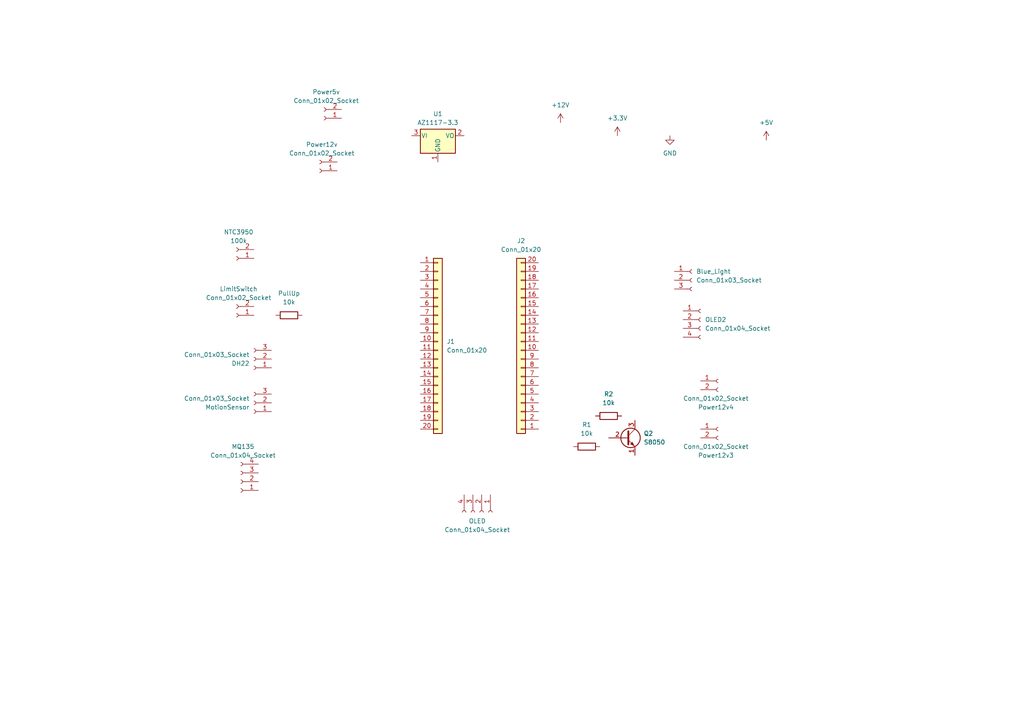
<source format=kicad_sch>
(kicad_sch (version 20230121) (generator eeschema)
  (paper "A4")
  (lib_symbols
    (symbol "Connector:Conn_01x02_Socket" (pin_names (offset 1.016) hide)
      (property "Reference" "J" (at 0 2.54 0))
      (property "Value" "Conn_01x02_Socket" (at 0 -5.08 0))
      (symbol "Conn_01x02_Socket_1_1"
        (arc (start 0 -2.032) (mid -0.5058 -2.54) (end 0 -3.048) (stroke (width 0.1524)))
        (polyline (pts (xy -1.27 -2.54) (xy -0.508 -2.54)) (stroke (width 0.1524)))
        (polyline (pts (xy -1.27 0) (xy -0.508 0)) (stroke (width 0.1524)))
        (arc (start 0 0.508) (mid -0.5058 0) (end 0 -0.508) (stroke (width 0.1524)))
        (pin passive line (at -5.08 0 0) (length 3.81) (name "Pin_1") (number "1"))
        (pin passive line (at -5.08 -2.54 0) (length 3.81) (name "Pin_2") (number "2"))
      )
    )
    (symbol "Connector:Conn_01x03_Socket" (pin_names (offset 1.016) hide)
      (property "Reference" "J" (at 0 5.08 0))
      (property "Value" "Conn_01x03_Socket" (at 0 -5.08 0))
      (symbol "Conn_01x03_Socket_1_1"
        (arc (start 0 -2.032) (mid -0.5058 -2.54) (end 0 -3.048) (stroke (width 0.1524)))
        (polyline (pts (xy -1.27 -2.54) (xy -0.508 -2.54)) (stroke (width 0.1524)))
        (polyline (pts (xy -1.27 0) (xy -0.508 0)) (stroke (width 0.1524)))
        (polyline (pts (xy -1.27 2.54) (xy -0.508 2.54)) (stroke (width 0.1524)))
        (arc (start 0 0.508) (mid -0.5058 0) (end 0 -0.508) (stroke (width 0.1524)))
        (arc (start 0 3.048) (mid -0.5058 2.54) (end 0 2.032) (stroke (width 0.1524)))
        (pin passive line (at -5.08 2.54 0) (length 3.81) (name "Pin_1") (number "1"))
        (pin passive line (at -5.08 0 0) (length 3.81) (name "Pin_2") (number "2"))
        (pin passive line (at -5.08 -2.54 0) (length 3.81) (name "Pin_3") (number "3"))
      )
    )
    (symbol "Connector:Conn_01x04_Socket" (pin_names (offset 1.016) hide)
      (property "Reference" "J" (at 0 5.08 0))
      (property "Value" "Conn_01x04_Socket" (at 0 -7.62 0))
      (symbol "Conn_01x04_Socket_1_1"
        (arc (start 0 -4.572) (mid -0.5058 -5.08) (end 0 -5.588) (stroke (width 0.1524)))
        (arc (start 0 -2.032) (mid -0.5058 -2.54) (end 0 -3.048) (stroke (width 0.1524)))
        (polyline (pts (xy -1.27 -5.08) (xy -0.508 -5.08)) (stroke (width 0.1524)))
        (polyline (pts (xy -1.27 -2.54) (xy -0.508 -2.54)) (stroke (width 0.1524)))
        (polyline (pts (xy -1.27 0) (xy -0.508 0)) (stroke (width 0.1524)))
        (polyline (pts (xy -1.27 2.54) (xy -0.508 2.54)) (stroke (width 0.1524)))
        (arc (start 0 0.508) (mid -0.5058 0) (end 0 -0.508) (stroke (width 0.1524)))
        (arc (start 0 3.048) (mid -0.5058 2.54) (end 0 2.032) (stroke (width 0.1524)))
        (pin passive line (at -5.08 2.54 0) (length 3.81) (name "Pin_1") (number "1"))
        (pin passive line (at -5.08 0 0) (length 3.81) (name "Pin_2") (number "2"))
        (pin passive line (at -5.08 -2.54 0) (length 3.81) (name "Pin_3") (number "3"))
        (pin passive line (at -5.08 -5.08 0) (length 3.81) (name "Pin_4") (number "4"))
      )
    )
    (symbol "Connector_Generic:Conn_01x20" (pin_names (offset 1.016) hide)
      (property "Reference" "J" (at 0 25.4 0))
      (property "Value" "Conn_01x20" (at 0 -27.94 0))
      (symbol "Conn_01x20_1_1"
        (rectangle (start -1.27 -25.273) (end 0 -25.527) (stroke (width 0.1524)))
        (rectangle (start -1.27 -22.733) (end 0 -22.987) (stroke (width 0.1524)))
        (rectangle (start -1.27 -20.193) (end 0 -20.447) (stroke (width 0.1524)))
        (rectangle (start -1.27 -17.653) (end 0 -17.907) (stroke (width 0.1524)))
        (rectangle (start -1.27 -15.113) (end 0 -15.367) (stroke (width 0.1524)))
        (rectangle (start -1.27 -12.573) (end 0 -12.827) (stroke (width 0.1524)))
        (rectangle (start -1.27 -10.033) (end 0 -10.287) (stroke (width 0.1524)))
        (rectangle (start -1.27 -7.493) (end 0 -7.747) (stroke (width 0.1524)))
        (rectangle (start -1.27 -4.953) (end 0 -5.207) (stroke (width 0.1524)))
        (rectangle (start -1.27 -2.413) (end 0 -2.667) (stroke (width 0.1524)))
        (rectangle (start -1.27 0.127) (end 0 -0.127) (stroke (width 0.1524)))
        (rectangle (start -1.27 2.667) (end 0 2.413) (stroke (width 0.1524)))
        (rectangle (start -1.27 5.207) (end 0 4.953) (stroke (width 0.1524)))
        (rectangle (start -1.27 7.747) (end 0 7.493) (stroke (width 0.1524)))
        (rectangle (start -1.27 10.287) (end 0 10.033) (stroke (width 0.1524)))
        (rectangle (start -1.27 12.827) (end 0 12.573) (stroke (width 0.1524)))
        (rectangle (start -1.27 15.367) (end 0 15.113) (stroke (width 0.1524)))
        (rectangle (start -1.27 17.907) (end 0 17.653) (stroke (width 0.1524)))
        (rectangle (start -1.27 20.447) (end 0 20.193) (stroke (width 0.1524)))
        (rectangle (start -1.27 22.987) (end 0 22.733) (stroke (width 0.1524)))
        (rectangle (start -1.27 24.13) (end 1.27 -26.67) (stroke (width 0.254)) (fill (type background)))
        (pin passive line (at -5.08 22.86 0) (length 3.81) (name "Pin_1") (number "1"))
        (pin passive line (at -5.08 0 0) (length 3.81) (name "Pin_10") (number "10"))
        (pin passive line (at -5.08 -2.54 0) (length 3.81) (name "Pin_11") (number "11"))
        (pin passive line (at -5.08 -5.08 0) (length 3.81) (name "Pin_12") (number "12"))
        (pin passive line (at -5.08 -7.62 0) (length 3.81) (name "Pin_13") (number "13"))
        (pin passive line (at -5.08 -10.16 0) (length 3.81) (name "Pin_14") (number "14"))
        (pin passive line (at -5.08 -12.7 0) (length 3.81) (name "Pin_15") (number "15"))
        (pin passive line (at -5.08 -15.24 0) (length 3.81) (name "Pin_16") (number "16"))
        (pin passive line (at -5.08 -17.78 0) (length 3.81) (name "Pin_17") (number "17"))
        (pin passive line (at -5.08 -20.32 0) (length 3.81) (name "Pin_18") (number "18"))
        (pin passive line (at -5.08 -22.86 0) (length 3.81) (name "Pin_19") (number "19"))
        (pin passive line (at -5.08 20.32 0) (length 3.81) (name "Pin_2") (number "2"))
        (pin passive line (at -5.08 -25.4 0) (length 3.81) (name "Pin_20") (number "20"))
        (pin passive line (at -5.08 17.78 0) (length 3.81) (name "Pin_3") (number "3"))
        (pin passive line (at -5.08 15.24 0) (length 3.81) (name "Pin_4") (number "4"))
        (pin passive line (at -5.08 12.7 0) (length 3.81) (name "Pin_5") (number "5"))
        (pin passive line (at -5.08 10.16 0) (length 3.81) (name "Pin_6") (number "6"))
        (pin passive line (at -5.08 7.62 0) (length 3.81) (name "Pin_7") (number "7"))
        (pin passive line (at -5.08 5.08 0) (length 3.81) (name "Pin_8") (number "8"))
        (pin passive line (at -5.08 2.54 0) (length 3.81) (name "Pin_9") (number "9"))
      )
    )
    (symbol "Device:R" (pin_numbers hide) (pin_names (offset 0))
      (property "Reference" "R" (at 2.032 0 90))
      (property "Value" "R" (at 0 0 90))
      (symbol "R_0_1"
        (rectangle (start -1.016 -2.54) (end 1.016 2.54) (stroke (width 0.254)))
      )
      (symbol "R_1_1"
        (pin passive line (at 0 3.81 270) (length 1.27) (name "~") (number "1"))
        (pin passive line (at 0 -3.81 90) (length 1.27) (name "~") (number "2"))
      )
    )
    (symbol "Regulator_Linear:AZ1117-3.3" (pin_names (offset 0.254))
      (property "Reference" "U" (at -3.81 3.175 0))
      (property "Value" "AZ1117-3.3" (at 0 3.175 0))
      (symbol "AZ1117-3.3_0_1"
        (rectangle (start -5.08 1.905) (end 5.08 -5.08) (stroke (width 0.254)) (fill (type background)))
      )
      (symbol "AZ1117-3.3_1_1"
        (pin power_in line (at 0 -7.62 90) (length 2.54) (name "GND") (number "1"))
        (pin power_out line (at 7.62 0 180) (length 2.54) (name "VO") (number "2"))
        (pin power_in line (at -7.62 0 0) (length 2.54) (name "VI") (number "3"))
      )
    )
    (symbol "Transistor_BJT:S8050" (pin_names (offset 0) hide)
      (property "Reference" "Q" (at 5.08 1.905 0))
      (property "Value" "S8050" (at 5.08 0 0))
      (symbol "S8050_0_1"
        (polyline (pts (xy 0 0) (xy 0.635 0)))
        (polyline (pts (xy 0.635 0.635) (xy 2.54 2.54)))
        (polyline (pts (xy 0.635 -0.635) (xy 2.54 -2.54) (xy 2.54 -2.54)))
        (polyline (pts (xy 0.635 1.905) (xy 0.635 -1.905) (xy 0.635 -1.905)) (stroke (width 0.508)))
        (polyline (pts (xy 1.27 -1.778) (xy 1.778 -1.27) (xy 2.286 -2.286) (xy 1.27 -1.778) (xy 1.27 -1.778)) (fill (type outline)))
        (circle (center 1.27 0) (radius 2.8194) (stroke (width 0.254)))
      )
      (symbol "S8050_1_1"
        (pin passive line (at 2.54 -5.08 90) (length 2.54) (name "E") (number "1"))
        (pin input line (at -5.08 0 0) (length 5.08) (name "B") (number "2"))
        (pin passive line (at 2.54 5.08 270) (length 2.54) (name "C") (number "3"))
      )
    )
    (symbol "power:+12V" (power) (pin_names (offset 0))
      (property "Value" "+12V" (at 0 3.556 0))
      (symbol "+12V_0_1"
        (polyline (pts (xy -0.762 1.27) (xy 0 2.54)))
        (polyline (pts (xy 0 0) (xy 0 2.54)))
        (polyline (pts (xy 0 2.54) (xy 0.762 1.27)))
      )
      (symbol "+12V_1_1"
        (pin power_in line (at 0 0 90) (length 0) hide (name "+12V") (number "1"))
      )
    )
    (symbol "power:+3.3V" (power) (pin_names (offset 0))
      (property "Value" "+3.3V" (at 0 3.556 0))
      (symbol "+3.3V_0_1"
        (polyline (pts (xy -0.762 1.27) (xy 0 2.54)))
        (polyline (pts (xy 0 0) (xy 0 2.54)))
        (polyline (pts (xy 0 2.54) (xy 0.762 1.27)))
      )
      (symbol "+3.3V_1_1"
        (pin power_in line (at 0 0 90) (length 0) hide (name "+3.3V") (number "1"))
      )
    )
    (symbol "power:+5V" (power) (pin_names (offset 0))
      (property "Value" "+5V" (at 0 3.556 0))
      (symbol "+5V_0_1"
        (polyline (pts (xy -0.762 1.27) (xy 0 2.54)))
        (polyline (pts (xy 0 0) (xy 0 2.54)))
        (polyline (pts (xy 0 2.54) (xy 0.762 1.27)))
      )
      (symbol "+5V_1_1"
        (pin power_in line (at 0 0 90) (length 0) hide (name "+5V") (number "1"))
      )
    )
    (symbol "power:GND" (power) (pin_names (offset 0))
      (property "Value" "GND" (at 0 -3.81 0))
      (symbol "GND_0_1"
        (polyline (pts (xy 0 0) (xy 0 -1.27) (xy 1.27 -1.27) (xy 0 -2.54) (xy -1.27 -1.27) (xy 0 -1.27)))
      )
      (symbol "GND_1_1"
        (pin power_in line (at 0 0 270) (length 0) hide (name "GND") (number "1"))
      )
    )
  )
  (symbol (lib_id "Connector:Conn_01x04_Socket") (at 139.7 148.59 270) (unit 1)
    (property "Reference" "OLED" (at 138.43 151.13 90))
    (property "Value" "Conn_01x04_Socket" (at 138.43 153.67 90))
    (property "Footprint" "Connector_JST:JST_EH_B4B-EH-A_1x04_P2.50mm_Vertical" (effects hide))
  )
  (symbol (lib_id "Connector:Conn_01x04_Socket") (at 203.2 92.71 0) (unit 1)
    (property "Reference" "OLED2" (at 204.47 92.71 0) (effects (justify left)))
    (property "Value" "Conn_01x04_Socket" (at 204.47 95.25 0) (effects (justify left)))
    (property "Footprint" "Connector_JST:JST_EH_B4B-EH-A_1x04_P2.50mm_Vertical" (effects hide))
  )
  (symbol (lib_id "Connector:Conn_01x02_Socket") (at 93.98 34.29 180) (unit 1)
    (property "Reference" "Power5v" (at 94.615 26.67 0))
    (property "Value" "Conn_01x02_Socket" (at 94.615 29.21 0))
    (property "Footprint" "Connector_JST:JST_EH_B2B-EH-A_1x02_P2.50mm_Vertical" (effects hide))
  )
  (symbol (lib_id "power:GND") (at 194.31 39.37 0) (unit 1)
    (property "Reference" "#PWR04" (effects hide))
    (property "Value" "GND" (at 194.31 44.45 0))
  )
  (symbol (lib_id "Connector:Conn_01x03_Socket") (at 73.66 104.14 180) (unit 1)
    (property "Reference" "DH22" (at 72.39 105.41 0) (effects (justify left)))
    (property "Value" "Conn_01x03_Socket" (at 72.39 102.87 0) (effects (justify left)))
    (property "Footprint" "Connector_JST:JST_EH_B3B-EH-A_1x03_P2.50mm_Vertical" (effects hide))
  )
  (symbol (lib_id "power:+3.3V") (at 179.07 39.37 0) (unit 1)
    (property "Reference" "#PWR02" (effects hide))
    (property "Value" "+3.3V" (at 179.07 34.29 0))
  )
  (symbol (lib_id "Device:R") (at 83.82 91.44 90) (unit 1)
    (property "Reference" "PullUp" (at 83.82 85.09 90))
    (property "Value" "10k" (at 83.82 87.63 90))
    (property "Footprint" "Resistor_THT:R_Axial_DIN0207_L6.3mm_D2.5mm_P7.62mm_Horizontal" (effects hide))
  )
  (symbol (lib_id "Regulator_Linear:AZ1117-3.3") (at 127 39.37 0) (unit 1)
    (property "Reference" "U1" (at 127 33.02 0))
    (property "Value" "AZ1117-3.3" (at 127 35.56 0))
    (property "Footprint" "Package_TO_SOT_THT:TO-220-3_Vertical" (effects hide))
    (property "Datasheet" "https://www.diodes.com/assets/Datasheets/AZ1117.pdf" (effects hide))
  )
  (symbol (lib_id "Device:R") (at 170.18 129.54 90) (unit 1)
    (property "Reference" "R1" (at 170.18 123.19 90))
    (property "Value" "10k" (at 170.18 125.73 90))
    (property "Footprint" "Resistor_THT:R_Axial_DIN0207_L6.3mm_D2.5mm_P7.62mm_Horizontal" (effects hide))
  )
  (symbol (lib_id "Connector:Conn_01x04_Socket") (at 69.85 139.7 180) (unit 1)
    (property "Reference" "MQ135" (at 70.485 129.54 0))
    (property "Value" "Conn_01x04_Socket" (at 70.485 132.08 0))
    (property "Footprint" "Connector_JST:JST_EH_B4B-EH-A_1x04_P2.50mm_Vertical" (effects hide))
  )
  (symbol (lib_id "Connector:Conn_01x02_Socket") (at 208.28 124.46 0) (unit 1)
    (property "Reference" "Power12v3" (at 207.645 132.08 0))
    (property "Value" "Conn_01x02_Socket" (at 207.645 129.54 0))
    (property "Footprint" "Connector_JST:JST_EH_B2B-EH-A_1x02_P2.50mm_Vertical" (effects hide))
  )
  (symbol (lib_id "Connector:Conn_01x02_Socket") (at 68.58 91.44 180) (unit 1)
    (property "Reference" "LimitSwitch" (at 69.215 83.82 0))
    (property "Value" "Conn_01x02_Socket" (at 69.215 86.36 0))
    (property "Footprint" "Connector_JST:JST_EH_B2B-EH-A_1x02_P2.50mm_Vertical" (effects hide))
  )
  (symbol (lib_id "Transistor_BJT:S8050") (at 181.61 127 0) (unit 1)
    (property "Reference" "Q2" (at 186.69 125.73 0) (effects (justify left)))
    (property "Value" "S8050" (at 186.69 128.27 0) (effects (justify left)))
    (property "Footprint" "Package_TO_SOT_THT:TO-92_Inline" (effects hide))
    (property "Datasheet" "http://www.unisonic.com.tw/datasheet/S8050.pdf" (effects hide))
  )
  (symbol (lib_id "power:+12V") (at 162.56 35.56 0) (unit 1)
    (property "Reference" "#PWR01" (effects hide))
    (property "Value" "+12V" (at 162.56 30.48 0))
  )
  (symbol (lib_id "Connector:Conn_01x02_Socket") (at 92.71 49.53 180) (unit 1)
    (property "Reference" "Power12v" (at 93.345 41.91 0))
    (property "Value" "Conn_01x02_Socket" (at 93.345 44.45 0))
    (property "Footprint" "Connector_JST:JST_EH_B2B-EH-A_1x02_P2.50mm_Vertical" (effects hide))
  )
  (symbol (lib_id "Connector:Conn_01x03_Socket") (at 73.66 116.84 180) (unit 1)
    (property "Reference" "MotionSensor" (at 72.39 118.11 0) (effects (justify left)))
    (property "Value" "Conn_01x03_Socket" (at 72.39 115.57 0) (effects (justify left)))
    (property "Footprint" "Connector_JST:JST_EH_B3B-EH-A_1x03_P2.50mm_Vertical" (effects hide))
  )
  (symbol (lib_id "Connector:Conn_01x02_Socket") (at 68.58 74.93 180) (unit 1)
    (property "Reference" "NTC3950" (at 69.215 67.31 0))
    (property "Value" "100k" (at 69.215 69.85 0))
    (property "Footprint" "Connector_JST:JST_EH_B2B-EH-A_1x02_P2.50mm_Vertical" (effects hide))
  )
  (symbol (lib_id "Connector:Conn_01x02_Socket") (at 208.28 110.49 0) (unit 1)
    (property "Reference" "Power12v4" (at 207.645 118.11 0))
    (property "Value" "Conn_01x02_Socket" (at 207.645 115.57 0))
    (property "Footprint" "Connector_JST:JST_EH_B2B-EH-A_1x02_P2.50mm_Vertical" (effects hide))
  )
  (symbol (lib_id "power:+5V") (at 222.25 40.64 0) (unit 1)
    (property "Reference" "#PWR03" (effects hide))
    (property "Value" "+5V" (at 222.25 35.56 0))
  )
  (symbol (lib_id "Connector_Generic:Conn_01x20") (at 127 99.06 0) (unit 1)
    (property "Reference" "J1" (at 129.54 99.06 0) (effects (justify left)))
    (property "Value" "Conn_01x20" (at 129.54 101.6 0) (effects (justify left)))
  )
  (symbol (lib_id "Device:R") (at 176.53 120.65 270) (unit 1)
    (property "Reference" "R2" (at 176.53 114.3 90))
    (property "Value" "10k" (at 176.53 116.84 90))
    (property "Footprint" "Resistor_THT:R_Axial_DIN0207_L6.3mm_D2.5mm_P7.62mm_Horizontal" (effects hide))
  )
  (symbol (lib_id "Connector:Conn_01x03_Socket") (at 200.66 81.28 0) (unit 1)
    (property "Reference" "Blue_Light" (at 201.93 78.74 0) (effects (justify left)))
    (property "Value" "Conn_01x03_Socket" (at 201.93 81.28 0) (effects (justify left)))
    (property "Footprint" "Connector_JST:JST_EH_B3B-EH-A_1x03_P2.50mm_Vertical" (effects hide))
  )
  (symbol (lib_id "Connector_Generic:Conn_01x20") (at 151.13 101.6 180) (unit 1)
    (property "Reference" "J2" (at 151.13 69.85 0))
    (property "Value" "Conn_01x20" (at 151.13 72.39 0))
  )
)
</source>
